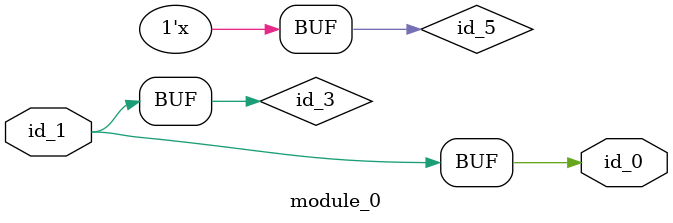
<source format=v>
module module_0 (
    output reg id_0,
    input id_1
);
  assign id_0 = id_1;
  assign id_0 = id_1;
  always id_0 <= id_1;
  reg id_2, id_3 = id_1, id_4, id_5 = id_5;
endmodule

</source>
